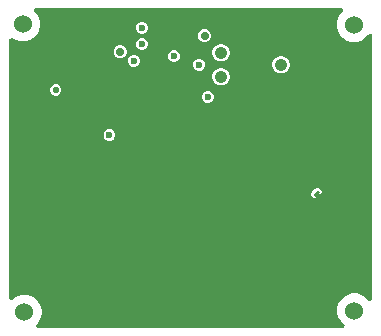
<source format=gbr>
%TF.GenerationSoftware,Altium Limited,Altium Designer,25.4.2 (15)*%
G04 Layer_Physical_Order=2*
G04 Layer_Color=36540*
%FSLAX45Y45*%
%MOMM*%
%TF.SameCoordinates,67C836F6-C9C3-4B7B-B257-39D1A88473F1*%
%TF.FilePolarity,Positive*%
%TF.FileFunction,Copper,L2,Inr,Signal*%
%TF.Part,Single*%
G01*
G75*
%TA.AperFunction,WasherPad*%
%ADD39C,1.52400*%
%TA.AperFunction,ComponentPad*%
%ADD40C,1.06700*%
%TA.AperFunction,ViaPad*%
%ADD41C,0.60000*%
%ADD42C,0.50000*%
%ADD43C,0.70000*%
%ADD44C,0.55000*%
%TA.AperFunction,Conductor*%
%ADD45C,0.25400*%
G36*
X11164027Y8566043D02*
X11164539Y8559600D01*
X11138971Y8534032D01*
X11119882Y8500968D01*
X11110000Y8464089D01*
Y8425910D01*
X11119882Y8389032D01*
X11138971Y8355968D01*
X11165968Y8328971D01*
X11199032Y8309882D01*
X11235910Y8300000D01*
X11274090D01*
X11310968Y8309882D01*
X11344032Y8328971D01*
X11371029Y8355968D01*
X11379600Y8370813D01*
X11405000Y8364007D01*
Y6110322D01*
X11379600Y6103517D01*
X11373529Y6114032D01*
X11346532Y6141029D01*
X11313468Y6160118D01*
X11276590Y6170000D01*
X11238410D01*
X11201532Y6160118D01*
X11168468Y6141029D01*
X11141471Y6114032D01*
X11122382Y6080968D01*
X11112500Y6044090D01*
Y6005910D01*
X11122382Y5969032D01*
X11141471Y5935968D01*
X11168468Y5908971D01*
X11178983Y5902900D01*
X11172177Y5877500D01*
X8569553D01*
X8560461Y5902900D01*
X8581029Y5923468D01*
X8600118Y5956532D01*
X8610000Y5993410D01*
Y6031590D01*
X8600118Y6068468D01*
X8581029Y6101532D01*
X8554032Y6128529D01*
X8520968Y6147618D01*
X8484090Y6157500D01*
X8445910D01*
X8409032Y6147618D01*
X8375968Y6128529D01*
X8360400Y6112961D01*
X8335000Y6123482D01*
Y8326518D01*
X8360400Y8337039D01*
X8363468Y8333971D01*
X8396532Y8314882D01*
X8433410Y8305000D01*
X8471590D01*
X8508468Y8314882D01*
X8541532Y8333971D01*
X8568529Y8360968D01*
X8587618Y8394032D01*
X8597500Y8430910D01*
Y8469090D01*
X8587618Y8505968D01*
X8568529Y8539032D01*
X8547961Y8559600D01*
X8557053Y8585000D01*
X11156687D01*
X11164027Y8566043D01*
D02*
G37*
%LPC*%
G36*
X9469945Y8470000D02*
X9450054D01*
X9431677Y8462388D01*
X9417612Y8448323D01*
X9410000Y8429946D01*
Y8410054D01*
X9417612Y8391677D01*
X9431677Y8377612D01*
X9450054Y8370000D01*
X9469945D01*
X9488323Y8377612D01*
X9502388Y8391677D01*
X9510000Y8410054D01*
Y8429946D01*
X9502388Y8448323D01*
X9488323Y8462388D01*
X9469945Y8470000D01*
D02*
G37*
G36*
X10000940Y8405000D02*
X9979060D01*
X9958845Y8396627D01*
X9943374Y8381155D01*
X9935000Y8360940D01*
Y8339060D01*
X9943374Y8318845D01*
X9958845Y8303374D01*
X9979060Y8295000D01*
X10000940D01*
X10021155Y8303374D01*
X10036627Y8318845D01*
X10045000Y8339060D01*
Y8360940D01*
X10036627Y8381155D01*
X10021155Y8396627D01*
X10000940Y8405000D01*
D02*
G37*
G36*
X9469945Y8330000D02*
X9450054D01*
X9431677Y8322388D01*
X9417612Y8308323D01*
X9410000Y8289946D01*
Y8270054D01*
X9417612Y8251677D01*
X9431677Y8237612D01*
X9450054Y8230000D01*
X9469945D01*
X9488323Y8237612D01*
X9502388Y8251677D01*
X9510000Y8270054D01*
Y8289946D01*
X9502388Y8308323D01*
X9488323Y8322388D01*
X9469945Y8330000D01*
D02*
G37*
G36*
X9286120Y8269820D02*
X9264240D01*
X9244025Y8261447D01*
X9228554Y8245975D01*
X9220180Y8225760D01*
Y8203880D01*
X9228554Y8183665D01*
X9244025Y8168193D01*
X9264240Y8159820D01*
X9286120D01*
X9306335Y8168193D01*
X9321807Y8183665D01*
X9330180Y8203880D01*
Y8225760D01*
X9321807Y8245975D01*
X9306335Y8261447D01*
X9286120Y8269820D01*
D02*
G37*
G36*
X10138657Y8281450D02*
X10119343D01*
X10100688Y8276451D01*
X10083962Y8266794D01*
X10070305Y8253138D01*
X10060649Y8236412D01*
X10055650Y8217756D01*
Y8198443D01*
X10060649Y8179788D01*
X10070305Y8163062D01*
X10083962Y8149405D01*
X10100688Y8139749D01*
X10119343Y8134750D01*
X10138657D01*
X10157312Y8139749D01*
X10174038Y8149405D01*
X10187695Y8163062D01*
X10197351Y8179788D01*
X10202350Y8198443D01*
Y8217756D01*
X10197351Y8236412D01*
X10187695Y8253138D01*
X10174038Y8266794D01*
X10157312Y8276451D01*
X10138657Y8281450D01*
D02*
G37*
G36*
X9742289Y8227196D02*
X9722398D01*
X9704021Y8219584D01*
X9689956Y8205519D01*
X9682344Y8187142D01*
Y8167251D01*
X9689956Y8148873D01*
X9704021Y8134808D01*
X9722398Y8127196D01*
X9742289D01*
X9760667Y8134808D01*
X9774732Y8148873D01*
X9782344Y8167251D01*
Y8187142D01*
X9774732Y8205519D01*
X9760667Y8219584D01*
X9742289Y8227196D01*
D02*
G37*
G36*
X9399946Y8190000D02*
X9380054D01*
X9361677Y8182388D01*
X9347612Y8168323D01*
X9340000Y8149946D01*
Y8130054D01*
X9347612Y8111677D01*
X9361677Y8097612D01*
X9380054Y8090000D01*
X9399946D01*
X9418323Y8097612D01*
X9432388Y8111677D01*
X9440000Y8130054D01*
Y8149946D01*
X9432388Y8168323D01*
X9418323Y8182388D01*
X9399946Y8190000D01*
D02*
G37*
G36*
X9954946Y8157500D02*
X9935054D01*
X9916677Y8149888D01*
X9902612Y8135823D01*
X9895000Y8117446D01*
Y8097554D01*
X9902612Y8079177D01*
X9916677Y8065112D01*
X9935054Y8057500D01*
X9954946D01*
X9973323Y8065112D01*
X9987388Y8079177D01*
X9995000Y8097554D01*
Y8117446D01*
X9987388Y8135823D01*
X9973323Y8149888D01*
X9954946Y8157500D01*
D02*
G37*
G36*
X10646657Y8179850D02*
X10627343D01*
X10608688Y8174851D01*
X10591962Y8165194D01*
X10578305Y8151538D01*
X10568649Y8134812D01*
X10563650Y8116156D01*
Y8096843D01*
X10568649Y8078188D01*
X10578305Y8061462D01*
X10591962Y8047805D01*
X10608688Y8038149D01*
X10627343Y8033150D01*
X10646657D01*
X10665312Y8038149D01*
X10682038Y8047805D01*
X10695695Y8061462D01*
X10705351Y8078188D01*
X10710350Y8096843D01*
Y8116156D01*
X10705351Y8134812D01*
X10695695Y8151538D01*
X10682038Y8165194D01*
X10665312Y8174851D01*
X10646657Y8179850D01*
D02*
G37*
G36*
X10138657Y8078250D02*
X10119343D01*
X10100688Y8073251D01*
X10083962Y8063594D01*
X10070305Y8049938D01*
X10060649Y8033212D01*
X10055650Y8014556D01*
Y7995243D01*
X10060649Y7976588D01*
X10070305Y7959862D01*
X10083962Y7946205D01*
X10100688Y7936549D01*
X10119343Y7931550D01*
X10138657D01*
X10157312Y7936549D01*
X10174038Y7946205D01*
X10187695Y7959862D01*
X10197351Y7976588D01*
X10202350Y7995243D01*
Y8014556D01*
X10197351Y8033212D01*
X10187695Y8049938D01*
X10174038Y8063594D01*
X10157312Y8073251D01*
X10138657Y8078250D01*
D02*
G37*
G36*
X8739428Y7939280D02*
X8720532D01*
X8703074Y7932048D01*
X8689712Y7918686D01*
X8682480Y7901228D01*
Y7882332D01*
X8689712Y7864874D01*
X8703074Y7851512D01*
X8720532Y7844280D01*
X8739428D01*
X8756886Y7851512D01*
X8770248Y7864874D01*
X8777480Y7882332D01*
Y7901228D01*
X8770248Y7918686D01*
X8756886Y7932048D01*
X8739428Y7939280D01*
D02*
G37*
G36*
X10027446Y7882500D02*
X10007554D01*
X9989177Y7874888D01*
X9975112Y7860823D01*
X9967500Y7842446D01*
Y7822554D01*
X9975112Y7804177D01*
X9989177Y7790112D01*
X10007554Y7782500D01*
X10027446D01*
X10045823Y7790112D01*
X10059888Y7804177D01*
X10067500Y7822554D01*
Y7842446D01*
X10059888Y7860823D01*
X10045823Y7874888D01*
X10027446Y7882500D01*
D02*
G37*
G36*
X9194694Y7560000D02*
X9174803D01*
X9156425Y7552388D01*
X9142360Y7538323D01*
X9134748Y7519946D01*
Y7500055D01*
X9142360Y7481677D01*
X9156425Y7467612D01*
X9174803Y7460000D01*
X9194694D01*
X9213071Y7467612D01*
X9227136Y7481677D01*
X9234748Y7500055D01*
Y7519946D01*
X9227136Y7538323D01*
X9213071Y7552388D01*
X9194694Y7560000D01*
D02*
G37*
G36*
X10947500Y7065841D02*
X10934741Y7063303D01*
X10923925Y7056075D01*
X10903925Y7036075D01*
X10896698Y7025259D01*
X10894160Y7012500D01*
Y7007500D01*
X10896698Y6994741D01*
X10903925Y6983925D01*
X10914741Y6976698D01*
X10927500Y6974160D01*
X10940259Y6976698D01*
X10951075Y6983925D01*
X10958303Y6994741D01*
X10958653Y6996502D01*
X10971075Y7008925D01*
X10978303Y7019741D01*
X10980841Y7032500D01*
X10978303Y7045259D01*
X10971075Y7056075D01*
X10960259Y7063303D01*
X10947500Y7065841D01*
D02*
G37*
%LPD*%
D39*
X8452500Y8450000D02*
D03*
X11257500Y6025000D02*
D03*
X11255000Y8445000D02*
D03*
X8465000Y6012500D02*
D03*
D40*
X10129000Y8208100D02*
D03*
Y8004900D02*
D03*
X10637000Y8106500D02*
D03*
D41*
X10017500Y7832500D02*
D03*
X9945000Y8107500D02*
D03*
X9732344Y8177196D02*
D03*
X9184748Y7510000D02*
D03*
X8495000Y8080000D02*
D03*
X8492500Y7995000D02*
D03*
X9680000Y6630000D02*
D03*
X9640000Y6920000D02*
D03*
X10240000Y7740000D02*
D03*
X10830000Y7750000D02*
D03*
X9390000Y8140000D02*
D03*
X9460000Y8280000D02*
D03*
Y8420000D02*
D03*
D42*
X9009018Y7694127D02*
D03*
X9037500Y7515000D02*
D03*
X10109018Y7071627D02*
D03*
X9881518Y6991627D02*
D03*
X10640000Y7177500D02*
D03*
X10739018Y7169127D02*
D03*
X11156518Y6761627D02*
D03*
X11036518D02*
D03*
X10921518Y6819127D02*
D03*
X10940000Y7005000D02*
D03*
X9430000Y8020000D02*
D03*
X9480525Y8132827D02*
D03*
X9183551Y7949280D02*
D03*
X10220000Y8250000D02*
D03*
X9080000Y7100000D02*
D03*
X8680000Y7410000D02*
D03*
X10290000Y8470000D02*
D03*
X9069104Y8421406D02*
D03*
X9870000Y7280000D02*
D03*
X9760000D02*
D03*
X9650000D02*
D03*
X9540000D02*
D03*
X9430000D02*
D03*
X9870000Y7390000D02*
D03*
X9760000D02*
D03*
X9650000D02*
D03*
X9540000D02*
D03*
X9430000D02*
D03*
X9870000Y7500000D02*
D03*
X9760000D02*
D03*
X9650000D02*
D03*
X9540000D02*
D03*
X9430000D02*
D03*
X9870000Y7610000D02*
D03*
X9760000D02*
D03*
X9650000D02*
D03*
X9540000D02*
D03*
X9430000D02*
D03*
X9870000Y7720000D02*
D03*
X9760000D02*
D03*
X9650000D02*
D03*
X9540000D02*
D03*
X9430000D02*
D03*
X8996680Y8194820D02*
D03*
Y8084820D02*
D03*
X8886680D02*
D03*
Y8194820D02*
D03*
D43*
X9275180Y8214820D02*
D03*
X9990000Y8350000D02*
D03*
D44*
X8729980Y7891780D02*
D03*
D45*
X10927500Y7012500D02*
X10947500Y7032500D01*
X10927500Y7007500D02*
Y7012500D01*
%TF.MD5,3431e7a3f7cdd5e9503cf765313fa16a*%
M02*

</source>
